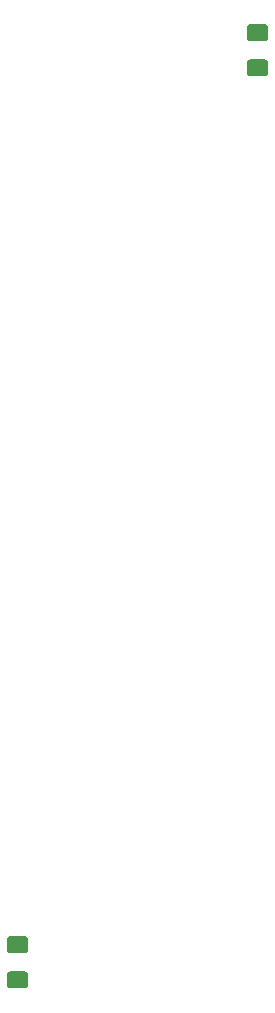
<source format=gbr>
G04 #@! TF.GenerationSoftware,KiCad,Pcbnew,(5.1.5)-3*
G04 #@! TF.CreationDate,2021-02-27T09:42:25-05:00*
G04 #@! TF.ProjectId,PDB,5044422e-6b69-4636-9164-5f7063625858,rev?*
G04 #@! TF.SameCoordinates,Original*
G04 #@! TF.FileFunction,Paste,Bot*
G04 #@! TF.FilePolarity,Positive*
%FSLAX46Y46*%
G04 Gerber Fmt 4.6, Leading zero omitted, Abs format (unit mm)*
G04 Created by KiCad (PCBNEW (5.1.5)-3) date 2021-02-27 09:42:25*
%MOMM*%
%LPD*%
G04 APERTURE LIST*
%ADD10C,0.100000*%
G04 APERTURE END LIST*
D10*
G36*
X210533504Y-157245638D02*
G01*
X210557773Y-157249238D01*
X210581571Y-157255199D01*
X210604671Y-157263464D01*
X210626849Y-157273954D01*
X210647893Y-157286567D01*
X210667598Y-157301181D01*
X210685777Y-157317657D01*
X210702253Y-157335836D01*
X210716867Y-157355541D01*
X210729480Y-157376585D01*
X210739970Y-157398763D01*
X210748235Y-157421863D01*
X210754196Y-157445661D01*
X210757796Y-157469930D01*
X210759000Y-157494434D01*
X210759000Y-158419434D01*
X210757796Y-158443938D01*
X210754196Y-158468207D01*
X210748235Y-158492005D01*
X210739970Y-158515105D01*
X210729480Y-158537283D01*
X210716867Y-158558327D01*
X210702253Y-158578032D01*
X210685777Y-158596211D01*
X210667598Y-158612687D01*
X210647893Y-158627301D01*
X210626849Y-158639914D01*
X210604671Y-158650404D01*
X210581571Y-158658669D01*
X210557773Y-158664630D01*
X210533504Y-158668230D01*
X210509000Y-158669434D01*
X209259000Y-158669434D01*
X209234496Y-158668230D01*
X209210227Y-158664630D01*
X209186429Y-158658669D01*
X209163329Y-158650404D01*
X209141151Y-158639914D01*
X209120107Y-158627301D01*
X209100402Y-158612687D01*
X209082223Y-158596211D01*
X209065747Y-158578032D01*
X209051133Y-158558327D01*
X209038520Y-158537283D01*
X209028030Y-158515105D01*
X209019765Y-158492005D01*
X209013804Y-158468207D01*
X209010204Y-158443938D01*
X209009000Y-158419434D01*
X209009000Y-157494434D01*
X209010204Y-157469930D01*
X209013804Y-157445661D01*
X209019765Y-157421863D01*
X209028030Y-157398763D01*
X209038520Y-157376585D01*
X209051133Y-157355541D01*
X209065747Y-157335836D01*
X209082223Y-157317657D01*
X209100402Y-157301181D01*
X209120107Y-157286567D01*
X209141151Y-157273954D01*
X209163329Y-157263464D01*
X209186429Y-157255199D01*
X209210227Y-157249238D01*
X209234496Y-157245638D01*
X209259000Y-157244434D01*
X210509000Y-157244434D01*
X210533504Y-157245638D01*
G37*
G36*
X210533504Y-160220638D02*
G01*
X210557773Y-160224238D01*
X210581571Y-160230199D01*
X210604671Y-160238464D01*
X210626849Y-160248954D01*
X210647893Y-160261567D01*
X210667598Y-160276181D01*
X210685777Y-160292657D01*
X210702253Y-160310836D01*
X210716867Y-160330541D01*
X210729480Y-160351585D01*
X210739970Y-160373763D01*
X210748235Y-160396863D01*
X210754196Y-160420661D01*
X210757796Y-160444930D01*
X210759000Y-160469434D01*
X210759000Y-161394434D01*
X210757796Y-161418938D01*
X210754196Y-161443207D01*
X210748235Y-161467005D01*
X210739970Y-161490105D01*
X210729480Y-161512283D01*
X210716867Y-161533327D01*
X210702253Y-161553032D01*
X210685777Y-161571211D01*
X210667598Y-161587687D01*
X210647893Y-161602301D01*
X210626849Y-161614914D01*
X210604671Y-161625404D01*
X210581571Y-161633669D01*
X210557773Y-161639630D01*
X210533504Y-161643230D01*
X210509000Y-161644434D01*
X209259000Y-161644434D01*
X209234496Y-161643230D01*
X209210227Y-161639630D01*
X209186429Y-161633669D01*
X209163329Y-161625404D01*
X209141151Y-161614914D01*
X209120107Y-161602301D01*
X209100402Y-161587687D01*
X209082223Y-161571211D01*
X209065747Y-161553032D01*
X209051133Y-161533327D01*
X209038520Y-161512283D01*
X209028030Y-161490105D01*
X209019765Y-161467005D01*
X209013804Y-161443207D01*
X209010204Y-161418938D01*
X209009000Y-161394434D01*
X209009000Y-160469434D01*
X209010204Y-160444930D01*
X209013804Y-160420661D01*
X209019765Y-160396863D01*
X209028030Y-160373763D01*
X209038520Y-160351585D01*
X209051133Y-160330541D01*
X209065747Y-160310836D01*
X209082223Y-160292657D01*
X209100402Y-160276181D01*
X209120107Y-160261567D01*
X209141151Y-160248954D01*
X209163329Y-160238464D01*
X209186429Y-160230199D01*
X209210227Y-160224238D01*
X209234496Y-160220638D01*
X209259000Y-160219434D01*
X210509000Y-160219434D01*
X210533504Y-160220638D01*
G37*
G36*
X230853504Y-80029638D02*
G01*
X230877773Y-80033238D01*
X230901571Y-80039199D01*
X230924671Y-80047464D01*
X230946849Y-80057954D01*
X230967893Y-80070567D01*
X230987598Y-80085181D01*
X231005777Y-80101657D01*
X231022253Y-80119836D01*
X231036867Y-80139541D01*
X231049480Y-80160585D01*
X231059970Y-80182763D01*
X231068235Y-80205863D01*
X231074196Y-80229661D01*
X231077796Y-80253930D01*
X231079000Y-80278434D01*
X231079000Y-81203434D01*
X231077796Y-81227938D01*
X231074196Y-81252207D01*
X231068235Y-81276005D01*
X231059970Y-81299105D01*
X231049480Y-81321283D01*
X231036867Y-81342327D01*
X231022253Y-81362032D01*
X231005777Y-81380211D01*
X230987598Y-81396687D01*
X230967893Y-81411301D01*
X230946849Y-81423914D01*
X230924671Y-81434404D01*
X230901571Y-81442669D01*
X230877773Y-81448630D01*
X230853504Y-81452230D01*
X230829000Y-81453434D01*
X229579000Y-81453434D01*
X229554496Y-81452230D01*
X229530227Y-81448630D01*
X229506429Y-81442669D01*
X229483329Y-81434404D01*
X229461151Y-81423914D01*
X229440107Y-81411301D01*
X229420402Y-81396687D01*
X229402223Y-81380211D01*
X229385747Y-81362032D01*
X229371133Y-81342327D01*
X229358520Y-81321283D01*
X229348030Y-81299105D01*
X229339765Y-81276005D01*
X229333804Y-81252207D01*
X229330204Y-81227938D01*
X229329000Y-81203434D01*
X229329000Y-80278434D01*
X229330204Y-80253930D01*
X229333804Y-80229661D01*
X229339765Y-80205863D01*
X229348030Y-80182763D01*
X229358520Y-80160585D01*
X229371133Y-80139541D01*
X229385747Y-80119836D01*
X229402223Y-80101657D01*
X229420402Y-80085181D01*
X229440107Y-80070567D01*
X229461151Y-80057954D01*
X229483329Y-80047464D01*
X229506429Y-80039199D01*
X229530227Y-80033238D01*
X229554496Y-80029638D01*
X229579000Y-80028434D01*
X230829000Y-80028434D01*
X230853504Y-80029638D01*
G37*
G36*
X230853504Y-83004638D02*
G01*
X230877773Y-83008238D01*
X230901571Y-83014199D01*
X230924671Y-83022464D01*
X230946849Y-83032954D01*
X230967893Y-83045567D01*
X230987598Y-83060181D01*
X231005777Y-83076657D01*
X231022253Y-83094836D01*
X231036867Y-83114541D01*
X231049480Y-83135585D01*
X231059970Y-83157763D01*
X231068235Y-83180863D01*
X231074196Y-83204661D01*
X231077796Y-83228930D01*
X231079000Y-83253434D01*
X231079000Y-84178434D01*
X231077796Y-84202938D01*
X231074196Y-84227207D01*
X231068235Y-84251005D01*
X231059970Y-84274105D01*
X231049480Y-84296283D01*
X231036867Y-84317327D01*
X231022253Y-84337032D01*
X231005777Y-84355211D01*
X230987598Y-84371687D01*
X230967893Y-84386301D01*
X230946849Y-84398914D01*
X230924671Y-84409404D01*
X230901571Y-84417669D01*
X230877773Y-84423630D01*
X230853504Y-84427230D01*
X230829000Y-84428434D01*
X229579000Y-84428434D01*
X229554496Y-84427230D01*
X229530227Y-84423630D01*
X229506429Y-84417669D01*
X229483329Y-84409404D01*
X229461151Y-84398914D01*
X229440107Y-84386301D01*
X229420402Y-84371687D01*
X229402223Y-84355211D01*
X229385747Y-84337032D01*
X229371133Y-84317327D01*
X229358520Y-84296283D01*
X229348030Y-84274105D01*
X229339765Y-84251005D01*
X229333804Y-84227207D01*
X229330204Y-84202938D01*
X229329000Y-84178434D01*
X229329000Y-83253434D01*
X229330204Y-83228930D01*
X229333804Y-83204661D01*
X229339765Y-83180863D01*
X229348030Y-83157763D01*
X229358520Y-83135585D01*
X229371133Y-83114541D01*
X229385747Y-83094836D01*
X229402223Y-83076657D01*
X229420402Y-83060181D01*
X229440107Y-83045567D01*
X229461151Y-83032954D01*
X229483329Y-83022464D01*
X229506429Y-83014199D01*
X229530227Y-83008238D01*
X229554496Y-83004638D01*
X229579000Y-83003434D01*
X230829000Y-83003434D01*
X230853504Y-83004638D01*
G37*
M02*

</source>
